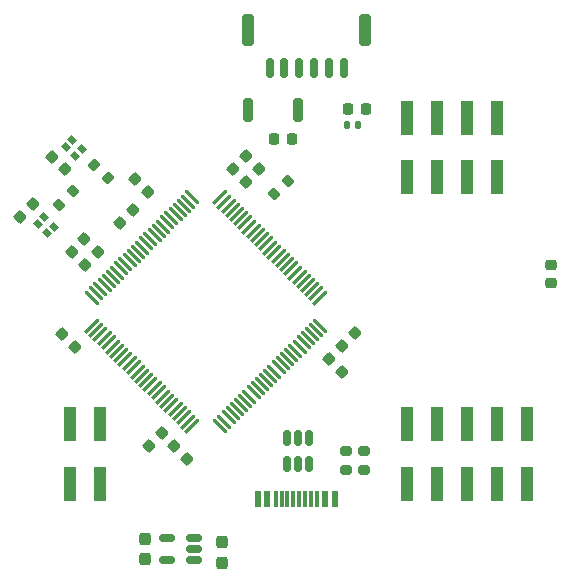
<source format=gtp>
G04 #@! TF.GenerationSoftware,KiCad,Pcbnew,8.0.1*
G04 #@! TF.CreationDate,2025-02-17T15:06:08+05:00*
G04 #@! TF.ProjectId,brain_board,62726169-6e5f-4626-9f61-72642e6b6963,rev?*
G04 #@! TF.SameCoordinates,Original*
G04 #@! TF.FileFunction,Paste,Top*
G04 #@! TF.FilePolarity,Positive*
%FSLAX46Y46*%
G04 Gerber Fmt 4.6, Leading zero omitted, Abs format (unit mm)*
G04 Created by KiCad (PCBNEW 8.0.1) date 2025-02-17 15:06:08*
%MOMM*%
%LPD*%
G01*
G04 APERTURE LIST*
G04 Aperture macros list*
%AMRoundRect*
0 Rectangle with rounded corners*
0 $1 Rounding radius*
0 $2 $3 $4 $5 $6 $7 $8 $9 X,Y pos of 4 corners*
0 Add a 4 corners polygon primitive as box body*
4,1,4,$2,$3,$4,$5,$6,$7,$8,$9,$2,$3,0*
0 Add four circle primitives for the rounded corners*
1,1,$1+$1,$2,$3*
1,1,$1+$1,$4,$5*
1,1,$1+$1,$6,$7*
1,1,$1+$1,$8,$9*
0 Add four rect primitives between the rounded corners*
20,1,$1+$1,$2,$3,$4,$5,0*
20,1,$1+$1,$4,$5,$6,$7,0*
20,1,$1+$1,$6,$7,$8,$9,0*
20,1,$1+$1,$8,$9,$2,$3,0*%
%AMRotRect*
0 Rectangle, with rotation*
0 The origin of the aperture is its center*
0 $1 length*
0 $2 width*
0 $3 Rotation angle, in degrees counterclockwise*
0 Add horizontal line*
21,1,$1,$2,0,0,$3*%
G04 Aperture macros list end*
%ADD10R,1.000000X3.000000*%
%ADD11RoundRect,0.225000X-0.017678X0.335876X-0.335876X0.017678X0.017678X-0.335876X0.335876X-0.017678X0*%
%ADD12RoundRect,0.200000X-0.053033X0.335876X-0.335876X0.053033X0.053033X-0.335876X0.335876X-0.053033X0*%
%ADD13RoundRect,0.225000X0.225000X0.250000X-0.225000X0.250000X-0.225000X-0.250000X0.225000X-0.250000X0*%
%ADD14RotRect,0.500000X0.600000X45.000000*%
%ADD15RoundRect,0.225000X0.335876X0.017678X0.017678X0.335876X-0.335876X-0.017678X-0.017678X-0.335876X0*%
%ADD16RoundRect,0.147500X-0.147500X-0.172500X0.147500X-0.172500X0.147500X0.172500X-0.147500X0.172500X0*%
%ADD17RoundRect,0.200000X0.275000X-0.200000X0.275000X0.200000X-0.275000X0.200000X-0.275000X-0.200000X0*%
%ADD18RoundRect,0.225000X0.017678X-0.335876X0.335876X-0.017678X-0.017678X0.335876X-0.335876X0.017678X0*%
%ADD19RoundRect,0.250000X0.250000X1.100000X-0.250000X1.100000X-0.250000X-1.100000X0.250000X-1.100000X0*%
%ADD20RoundRect,0.150000X0.150000X0.700000X-0.150000X0.700000X-0.150000X-0.700000X0.150000X-0.700000X0*%
%ADD21RoundRect,0.225000X-0.335876X-0.017678X-0.017678X-0.335876X0.335876X0.017678X0.017678X0.335876X0*%
%ADD22RoundRect,0.200000X0.053033X-0.335876X0.335876X-0.053033X-0.053033X0.335876X-0.335876X0.053033X0*%
%ADD23RoundRect,0.225000X0.250000X-0.225000X0.250000X0.225000X-0.250000X0.225000X-0.250000X-0.225000X0*%
%ADD24RoundRect,0.075000X-0.565685X-0.459619X-0.459619X-0.565685X0.565685X0.459619X0.459619X0.565685X0*%
%ADD25RoundRect,0.075000X-0.565685X0.459619X0.459619X-0.565685X0.565685X-0.459619X-0.459619X0.565685X0*%
%ADD26R,0.600000X1.450000*%
%ADD27R,0.300000X1.450000*%
%ADD28RoundRect,0.237500X-0.237500X0.300000X-0.237500X-0.300000X0.237500X-0.300000X0.237500X0.300000X0*%
%ADD29RoundRect,0.200000X0.335876X0.053033X0.053033X0.335876X-0.335876X-0.053033X-0.053033X-0.335876X0*%
%ADD30RoundRect,0.150000X0.150000X-0.512500X0.150000X0.512500X-0.150000X0.512500X-0.150000X-0.512500X0*%
%ADD31RoundRect,0.200000X-0.200000X-0.800000X0.200000X-0.800000X0.200000X0.800000X-0.200000X0.800000X0*%
%ADD32RoundRect,0.150000X0.512500X0.150000X-0.512500X0.150000X-0.512500X-0.150000X0.512500X-0.150000X0*%
G04 APERTURE END LIST*
D10*
X165702479Y-73169999D03*
X165702479Y-78209999D03*
X168242478Y-73169999D03*
X168242478Y-78209999D03*
X170782480Y-73169999D03*
X170782480Y-78209999D03*
X173322479Y-73169999D03*
X173322479Y-78209999D03*
D11*
X160172808Y-92516815D03*
X161268824Y-91420799D03*
D12*
X154427565Y-79665150D03*
X155594291Y-78498424D03*
D13*
X154450000Y-75025000D03*
X156000000Y-75025000D03*
D14*
X134993934Y-81628249D03*
X135771751Y-82406066D03*
X135206066Y-82971751D03*
X134428249Y-82193934D03*
D15*
X135636202Y-76465491D03*
X136732218Y-77561507D03*
D16*
X161585000Y-73825000D03*
X160615000Y-73825000D03*
D17*
X160500000Y-101375000D03*
X160500000Y-103025000D03*
D18*
X134048008Y-80451992D03*
X132951992Y-81548008D03*
D19*
X152225000Y-65750000D03*
X162175000Y-65750000D03*
D20*
X154075000Y-68950000D03*
X155325000Y-68950000D03*
X156575000Y-68950000D03*
X157825000Y-68950000D03*
X159075000Y-68950000D03*
X160325000Y-68950000D03*
D21*
X152041080Y-78622167D03*
X150945064Y-77526151D03*
D17*
X162100000Y-101400000D03*
X162100000Y-103050000D03*
D18*
X139525290Y-84561864D03*
X138429274Y-85657880D03*
D22*
X137403969Y-79399985D03*
X136237243Y-80566711D03*
D15*
X146012995Y-100984418D03*
X147109011Y-102080434D03*
D18*
X138393919Y-83430493D03*
X137297903Y-84526509D03*
D23*
X177900000Y-85625000D03*
X177900000Y-87175000D03*
D11*
X143820964Y-100949063D03*
X144916980Y-99853047D03*
D24*
X149884404Y-79930315D03*
X150237957Y-80283868D03*
X150591511Y-80637422D03*
X150945064Y-80990975D03*
X151298617Y-81344528D03*
X151652171Y-81698082D03*
X152005724Y-82051635D03*
X152359278Y-82405189D03*
X152712831Y-82758742D03*
X153066384Y-83112295D03*
X153419938Y-83465849D03*
X153773491Y-83819402D03*
X154127045Y-84172955D03*
X154480598Y-84526509D03*
X154834151Y-84880062D03*
X155187705Y-85233616D03*
X155541258Y-85587169D03*
X155894811Y-85940722D03*
X156248365Y-86294276D03*
X156601918Y-86647829D03*
X156955472Y-87001383D03*
X157309025Y-87354936D03*
X157662578Y-87708489D03*
X158016132Y-88062043D03*
X158369685Y-88415596D03*
D25*
X158369685Y-90784404D03*
X158016132Y-91137957D03*
X157662578Y-91491511D03*
X157309025Y-91845064D03*
X156955472Y-92198617D03*
X156601918Y-92552171D03*
X156248365Y-92905724D03*
X155894811Y-93259278D03*
X155541258Y-93612831D03*
X155187705Y-93966384D03*
X154834151Y-94319938D03*
X154480598Y-94673491D03*
X154127045Y-95027045D03*
X153773491Y-95380598D03*
X153419938Y-95734151D03*
X153066384Y-96087705D03*
X152712831Y-96441258D03*
X152359278Y-96794811D03*
X152005724Y-97148365D03*
X151652171Y-97501918D03*
X151298617Y-97855472D03*
X150945064Y-98209025D03*
X150591511Y-98562578D03*
X150237957Y-98916132D03*
X149884404Y-99269685D03*
D24*
X147515596Y-99269685D03*
X147162043Y-98916132D03*
X146808489Y-98562578D03*
X146454936Y-98209025D03*
X146101383Y-97855472D03*
X145747829Y-97501918D03*
X145394276Y-97148365D03*
X145040722Y-96794811D03*
X144687169Y-96441258D03*
X144333616Y-96087705D03*
X143980062Y-95734151D03*
X143626509Y-95380598D03*
X143272955Y-95027045D03*
X142919402Y-94673491D03*
X142565849Y-94319938D03*
X142212295Y-93966384D03*
X141858742Y-93612831D03*
X141505189Y-93259278D03*
X141151635Y-92905724D03*
X140798082Y-92552171D03*
X140444528Y-92198617D03*
X140090975Y-91845064D03*
X139737422Y-91491511D03*
X139383868Y-91137957D03*
X139030315Y-90784404D03*
D25*
X139030315Y-88415596D03*
X139383868Y-88062043D03*
X139737422Y-87708489D03*
X140090975Y-87354936D03*
X140444528Y-87001383D03*
X140798082Y-86647829D03*
X141151635Y-86294276D03*
X141505189Y-85940722D03*
X141858742Y-85587169D03*
X142212295Y-85233616D03*
X142565849Y-84880062D03*
X142919402Y-84526509D03*
X143272955Y-84172955D03*
X143626509Y-83819402D03*
X143980062Y-83465849D03*
X144333616Y-83112295D03*
X144687169Y-82758742D03*
X145040722Y-82405189D03*
X145394276Y-82051635D03*
X145747829Y-81698082D03*
X146101383Y-81344528D03*
X146454936Y-80990975D03*
X146808489Y-80637422D03*
X147162043Y-80283868D03*
X147515596Y-79930315D03*
D18*
X142477461Y-81008652D03*
X141381445Y-82104668D03*
D10*
X139667481Y-104170000D03*
X139667481Y-99130000D03*
X137127479Y-104170000D03*
X137127479Y-99130000D03*
D21*
X153172451Y-77490797D03*
X152076435Y-76394781D03*
D26*
X153075000Y-105430000D03*
X153874999Y-105430000D03*
D27*
X154575000Y-105430000D03*
X155575000Y-105430000D03*
X157075000Y-105430000D03*
X158075000Y-105430000D03*
D26*
X158775001Y-105430000D03*
X159575000Y-105430000D03*
X159575000Y-105430000D03*
X158775001Y-105430000D03*
D27*
X157575000Y-105430001D03*
X156575000Y-105430000D03*
X156075000Y-105430000D03*
X155075000Y-105430001D03*
D26*
X153874999Y-105430000D03*
X153075000Y-105430000D03*
D14*
X137368614Y-75086634D03*
X138146431Y-75864451D03*
X137580746Y-76430136D03*
X136802929Y-75652319D03*
D28*
X143500000Y-110562501D03*
X143500000Y-108837499D03*
D21*
X160172808Y-94673491D03*
X159076792Y-93577475D03*
D29*
X139224769Y-77154921D03*
X140391495Y-78321647D03*
D30*
X155500002Y-100262500D03*
X156450001Y-100262500D03*
X157400000Y-100262500D03*
X157400000Y-102537500D03*
X156450001Y-102537500D03*
X155500002Y-102537500D03*
D15*
X136467053Y-91509187D03*
X137563069Y-92605203D03*
X142654237Y-78357001D03*
X143750253Y-79453017D03*
D31*
X156450000Y-72500000D03*
X152250000Y-72500000D03*
D28*
X150000000Y-110862501D03*
X150000000Y-109137499D03*
D13*
X160700000Y-72475000D03*
X162250000Y-72475000D03*
D10*
X175855000Y-104170001D03*
X175855000Y-99129999D03*
X173315000Y-104170000D03*
X173315000Y-99130000D03*
X170775000Y-104170000D03*
X170775000Y-99130000D03*
X168235000Y-104170000D03*
X168235000Y-99130000D03*
X165695000Y-104170001D03*
X165695000Y-99129999D03*
D32*
X145362500Y-110649999D03*
X145362500Y-108750001D03*
X147637500Y-108750001D03*
X147637500Y-109700000D03*
X147637500Y-110649999D03*
M02*

</source>
